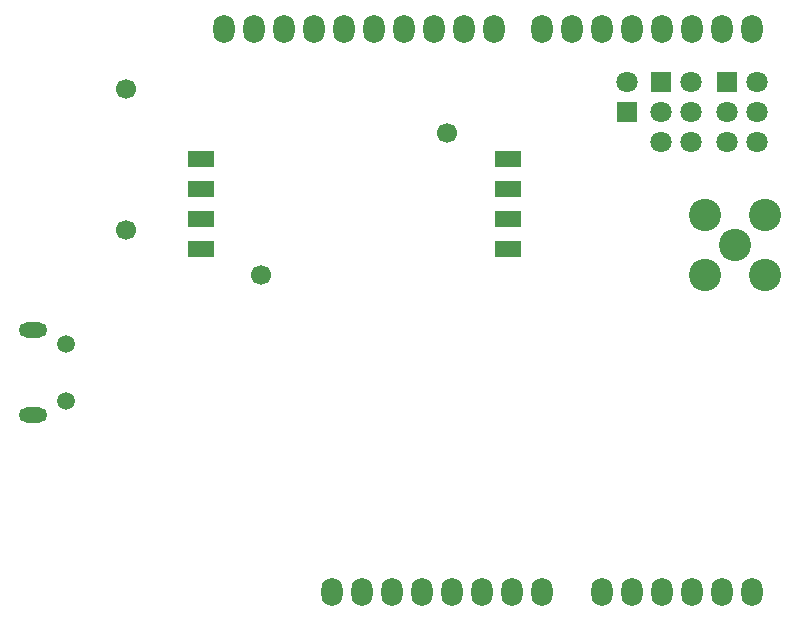
<source format=gbr>
G04 #@! TF.FileFunction,Soldermask,Bot*
%FSLAX46Y46*%
G04 Gerber Fmt 4.6, Leading zero omitted, Abs format (unit mm)*
G04 Created by KiCad (PCBNEW 4.0.7-e2-6376~58~ubuntu16.04.1) date Sat Jul 27 23:54:02 2019*
%MOMM*%
%LPD*%
G01*
G04 APERTURE LIST*
%ADD10C,0.100000*%
%ADD11C,1.800000*%
%ADD12R,1.800000X1.800000*%
%ADD13C,1.500000*%
%ADD14O,2.400000X1.300000*%
%ADD15O,1.800000X2.400000*%
%ADD16C,1.700000*%
%ADD17C,2.740000*%
%ADD18R,2.200000X1.400000*%
G04 APERTURE END LIST*
D10*
D11*
X134400000Y-104560000D03*
D12*
X134400000Y-107100000D03*
D13*
X86900000Y-126775000D03*
X86900000Y-131625000D03*
D14*
X84100000Y-125600000D03*
X84100000Y-132800000D03*
D12*
X142830000Y-104560000D03*
D11*
X145370000Y-104560000D03*
X142830000Y-107100000D03*
X145370000Y-107100000D03*
X142830000Y-109640000D03*
X145370000Y-109640000D03*
D12*
X137280000Y-104560000D03*
D11*
X139820000Y-104560000D03*
X137280000Y-107100000D03*
X139820000Y-107100000D03*
X137280000Y-109640000D03*
X139820000Y-109640000D03*
D15*
X109360000Y-147760000D03*
X111900000Y-147760000D03*
X114440000Y-147760000D03*
X116980000Y-147760000D03*
X119520000Y-147760000D03*
X122060000Y-147760000D03*
X124600000Y-147760000D03*
X127140000Y-147760000D03*
X132220000Y-147760000D03*
X134760000Y-147760000D03*
X137300000Y-147760000D03*
X139840000Y-147760000D03*
X142380000Y-147760000D03*
X144920000Y-147760000D03*
X144920000Y-100100000D03*
X142380000Y-100100000D03*
X139840000Y-100100000D03*
X137300000Y-100100000D03*
X134760000Y-100100000D03*
X132220000Y-100100000D03*
X129680000Y-100100000D03*
X127140000Y-100100000D03*
X123076000Y-100100000D03*
X120536000Y-100100000D03*
X117996000Y-100100000D03*
X115456000Y-100100000D03*
X112916000Y-100100000D03*
X110376000Y-100100000D03*
X107836000Y-100100000D03*
X105298540Y-100100000D03*
X102756000Y-100100000D03*
X100216000Y-100100000D03*
D16*
X91950000Y-117100000D03*
X91950000Y-105200000D03*
D17*
X143500000Y-118400000D03*
X146040000Y-120940000D03*
X140960000Y-115860000D03*
X140960000Y-120940000D03*
X146040000Y-115860000D03*
D18*
X98300000Y-111090000D03*
X98300000Y-113630000D03*
X98300000Y-116170000D03*
X124300000Y-111090000D03*
X124300000Y-113630000D03*
X124300000Y-116170000D03*
X98300000Y-118710000D03*
X124300000Y-118710000D03*
D16*
X103350000Y-120900000D03*
X119150000Y-108900000D03*
M02*

</source>
